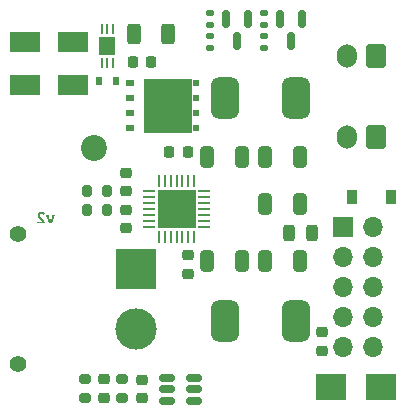
<source format=gbs>
G04 #@! TF.GenerationSoftware,KiCad,Pcbnew,7.0.1*
G04 #@! TF.CreationDate,2023-07-10T19:39:26+02:00*
G04 #@! TF.ProjectId,orion_power,6f72696f-6e5f-4706-9f77-65722e6b6963,2*
G04 #@! TF.SameCoordinates,Original*
G04 #@! TF.FileFunction,Soldermask,Bot*
G04 #@! TF.FilePolarity,Negative*
%FSLAX46Y46*%
G04 Gerber Fmt 4.6, Leading zero omitted, Abs format (unit mm)*
G04 Created by KiCad (PCBNEW 7.0.1) date 2023-07-10 19:39:26*
%MOMM*%
%LPD*%
G01*
G04 APERTURE LIST*
G04 Aperture macros list*
%AMRoundRect*
0 Rectangle with rounded corners*
0 $1 Rounding radius*
0 $2 $3 $4 $5 $6 $7 $8 $9 X,Y pos of 4 corners*
0 Add a 4 corners polygon primitive as box body*
4,1,4,$2,$3,$4,$5,$6,$7,$8,$9,$2,$3,0*
0 Add four circle primitives for the rounded corners*
1,1,$1+$1,$2,$3*
1,1,$1+$1,$4,$5*
1,1,$1+$1,$6,$7*
1,1,$1+$1,$8,$9*
0 Add four rect primitives between the rounded corners*
20,1,$1+$1,$2,$3,$4,$5,0*
20,1,$1+$1,$4,$5,$6,$7,0*
20,1,$1+$1,$6,$7,$8,$9,0*
20,1,$1+$1,$8,$9,$2,$3,0*%
G04 Aperture macros list end*
%ADD10R,1.700000X1.700000*%
%ADD11O,1.700000X1.700000*%
%ADD12C,1.400000*%
%ADD13R,3.500000X3.500000*%
%ADD14C,3.500000*%
%ADD15C,2.200000*%
%ADD16RoundRect,0.135000X-0.185000X0.135000X-0.185000X-0.135000X0.185000X-0.135000X0.185000X0.135000X0*%
%ADD17RoundRect,0.150000X-0.150000X0.587500X-0.150000X-0.587500X0.150000X-0.587500X0.150000X0.587500X0*%
%ADD18RoundRect,0.225000X-0.250000X0.225000X-0.250000X-0.225000X0.250000X-0.225000X0.250000X0.225000X0*%
%ADD19RoundRect,0.200000X0.275000X-0.200000X0.275000X0.200000X-0.275000X0.200000X-0.275000X-0.200000X0*%
%ADD20RoundRect,0.218750X0.256250X-0.218750X0.256250X0.218750X-0.256250X0.218750X-0.256250X-0.218750X0*%
%ADD21RoundRect,0.200000X0.200000X0.275000X-0.200000X0.275000X-0.200000X-0.275000X0.200000X-0.275000X0*%
%ADD22RoundRect,0.135000X0.185000X-0.135000X0.185000X0.135000X-0.185000X0.135000X-0.185000X-0.135000X0*%
%ADD23R,2.500000X2.300000*%
%ADD24RoundRect,0.250000X-0.325000X-0.650000X0.325000X-0.650000X0.325000X0.650000X-0.325000X0.650000X0*%
%ADD25RoundRect,0.250000X0.325000X0.650000X-0.325000X0.650000X-0.325000X-0.650000X0.325000X-0.650000X0*%
%ADD26RoundRect,0.062500X0.062500X-0.350000X0.062500X0.350000X-0.062500X0.350000X-0.062500X-0.350000X0*%
%ADD27R,1.350000X1.650000*%
%ADD28R,2.500000X1.800000*%
%ADD29RoundRect,0.062500X-0.062500X0.425000X-0.062500X-0.425000X0.062500X-0.425000X0.062500X0.425000X0*%
%ADD30RoundRect,0.062500X-0.425000X0.062500X-0.425000X-0.062500X0.425000X-0.062500X0.425000X0.062500X0*%
%ADD31R,3.250000X3.250000*%
%ADD32R,0.600000X0.700000*%
%ADD33R,0.650000X0.500000*%
%ADD34R,4.120000X4.600000*%
%ADD35R,0.550000X0.500000*%
%ADD36RoundRect,0.250000X0.600000X0.750000X-0.600000X0.750000X-0.600000X-0.750000X0.600000X-0.750000X0*%
%ADD37O,1.700000X2.000000*%
%ADD38RoundRect,0.243750X-0.243750X-0.456250X0.243750X-0.456250X0.243750X0.456250X-0.243750X0.456250X0*%
%ADD39RoundRect,0.225000X0.225000X0.250000X-0.225000X0.250000X-0.225000X-0.250000X0.225000X-0.250000X0*%
%ADD40RoundRect,0.250000X0.312500X0.625000X-0.312500X0.625000X-0.312500X-0.625000X0.312500X-0.625000X0*%
%ADD41RoundRect,0.150000X0.512500X0.150000X-0.512500X0.150000X-0.512500X-0.150000X0.512500X-0.150000X0*%
%ADD42RoundRect,0.587500X-0.587500X-1.162500X0.587500X-1.162500X0.587500X1.162500X-0.587500X1.162500X0*%
%ADD43R,0.900000X1.200000*%
%ADD44RoundRect,0.218750X-0.256250X0.218750X-0.256250X-0.218750X0.256250X-0.218750X0.256250X0.218750X0*%
G04 APERTURE END LIST*
G36*
X90243083Y-68993628D02*
G01*
X90263919Y-69059906D01*
X90287334Y-69128367D01*
X90311544Y-69197225D01*
X90336348Y-69265289D01*
X90361550Y-69331369D01*
X90407588Y-69450431D01*
X90451244Y-69331369D01*
X90474064Y-69265289D01*
X90496488Y-69197225D01*
X90518117Y-69128367D01*
X90538556Y-69059906D01*
X90557011Y-68993628D01*
X90572688Y-68931319D01*
X90777475Y-68931319D01*
X90743691Y-69041799D01*
X90709014Y-69147814D01*
X90673444Y-69249364D01*
X90636981Y-69346450D01*
X90588033Y-69467541D01*
X90539615Y-69577872D01*
X90491725Y-69677444D01*
X90328213Y-69677444D01*
X90279529Y-69577872D01*
X90228729Y-69467541D01*
X90175813Y-69346450D01*
X90136224Y-69249364D01*
X90098422Y-69147814D01*
X90062405Y-69041799D01*
X90028175Y-68931319D01*
X90226613Y-68931319D01*
X90243083Y-68993628D01*
G37*
G36*
X89707698Y-68680494D02*
G01*
X89790844Y-68704306D01*
X89869227Y-68744787D01*
X89937688Y-68802731D01*
X89840850Y-68939256D01*
X89740838Y-68864644D01*
X89644000Y-68842419D01*
X89551925Y-68874963D01*
X89515412Y-68967831D01*
X89544781Y-69051969D01*
X89619394Y-69137694D01*
X89666225Y-69183136D01*
X89716231Y-69230562D01*
X89766238Y-69280966D01*
X89813069Y-69335337D01*
X89854344Y-69394273D01*
X89887681Y-69458369D01*
X89909708Y-69528219D01*
X89917050Y-69604419D01*
X89917844Y-69637756D01*
X89913875Y-69677444D01*
X89272525Y-69677444D01*
X89272525Y-69515519D01*
X89694800Y-69515519D01*
X89678131Y-69463131D01*
X89637650Y-69406775D01*
X89586850Y-69352800D01*
X89539225Y-69307556D01*
X89458262Y-69228181D01*
X89386825Y-69142456D01*
X89336025Y-69051175D01*
X89316975Y-68953544D01*
X89342375Y-68830512D01*
X89410638Y-68742406D01*
X89509063Y-68690019D01*
X89624950Y-68672556D01*
X89707698Y-68680494D01*
G37*
D10*
X115200000Y-69995000D03*
D11*
X117740000Y-69995000D03*
X115200000Y-72535000D03*
X117740000Y-72535000D03*
X115200000Y-75075000D03*
X117740000Y-75075000D03*
X115200000Y-77615000D03*
X117740000Y-77615000D03*
X115200000Y-80155000D03*
X117740000Y-80155000D03*
D12*
X87650000Y-81575000D03*
X87650000Y-70575000D03*
D13*
X97650000Y-73575000D03*
D14*
X97650000Y-78575000D03*
D15*
X94124999Y-63325000D03*
D16*
X108475000Y-51865000D03*
X108475000Y-52885000D03*
D17*
X105250000Y-52387500D03*
X107150000Y-52387500D03*
X106200000Y-54262500D03*
D16*
X103900000Y-51865000D03*
X103900000Y-52885000D03*
D18*
X96775000Y-68550000D03*
X96775000Y-70100000D03*
D19*
X93300000Y-84487500D03*
X93300000Y-82837500D03*
D20*
X113375000Y-80462500D03*
X113375000Y-78887500D03*
D21*
X95150000Y-66925000D03*
X93500000Y-66925000D03*
D22*
X108475000Y-54835000D03*
X108475000Y-53815000D03*
D19*
X96500000Y-84487500D03*
X96500000Y-82837500D03*
D23*
X118425000Y-83525000D03*
X114125000Y-83525000D03*
D24*
X103665000Y-64070001D03*
X106615000Y-64070001D03*
D21*
X95150000Y-68575000D03*
X93500000Y-68575000D03*
D25*
X111490000Y-72820002D03*
X108540000Y-72820002D03*
D26*
X95725000Y-56062500D03*
X95225000Y-56062500D03*
X94725000Y-56062500D03*
X94725000Y-53187500D03*
X95225000Y-53187500D03*
X95725000Y-53187500D03*
D27*
X95225000Y-54625000D03*
D28*
X92275000Y-54275000D03*
X88275000Y-54275000D03*
X92275000Y-57975000D03*
X88275000Y-57975000D03*
D18*
X96775000Y-65400000D03*
X96775000Y-66950000D03*
D24*
X103665000Y-72820001D03*
X106615000Y-72820001D03*
D29*
X99575000Y-66092497D03*
X100075000Y-66092497D03*
X100575000Y-66092497D03*
X101075000Y-66092497D03*
X101575000Y-66092497D03*
X102075000Y-66092497D03*
X102575000Y-66092497D03*
D30*
X103437500Y-66954997D03*
X103437500Y-67454997D03*
X103437500Y-67954997D03*
X103437500Y-68454997D03*
X103437500Y-68954997D03*
X103437500Y-69454997D03*
X103437500Y-69954997D03*
D29*
X102575000Y-70817497D03*
X102075000Y-70817497D03*
X101575000Y-70817497D03*
X101075000Y-70817497D03*
X100575000Y-70817497D03*
X100075000Y-70817497D03*
X99575000Y-70817497D03*
D30*
X98712500Y-69954997D03*
X98712500Y-69454997D03*
X98712500Y-68954997D03*
X98712500Y-68454997D03*
X98712500Y-67954997D03*
X98712500Y-67454997D03*
X98712500Y-66954997D03*
D31*
X101075000Y-68454997D03*
D32*
X95925000Y-57575000D03*
X94525000Y-57575000D03*
D33*
X97175000Y-61630000D03*
X97175000Y-60360000D03*
X97175000Y-59090000D03*
X97175000Y-57820000D03*
D34*
X100390000Y-59725000D03*
D35*
X102725000Y-57820000D03*
X102725000Y-59090000D03*
X102725000Y-60360000D03*
X102725000Y-61630000D03*
D36*
X118000000Y-55525000D03*
D37*
X115500000Y-55525000D03*
D18*
X102025000Y-72375000D03*
X102025000Y-73925000D03*
D38*
X110637500Y-70475000D03*
X112512500Y-70475000D03*
D39*
X98900000Y-55975000D03*
X97350000Y-55975000D03*
D40*
X100387500Y-53625000D03*
X97462500Y-53625000D03*
D25*
X111490000Y-68045001D03*
X108540000Y-68045001D03*
D41*
X102575000Y-82775000D03*
X102575000Y-83725000D03*
X102575000Y-84675000D03*
X100300000Y-84675000D03*
X100300000Y-83725000D03*
X100300000Y-82775000D03*
D22*
X103900000Y-54835000D03*
X103900000Y-53815000D03*
D42*
X105140000Y-59020001D03*
X111190000Y-59020001D03*
D36*
X118000000Y-62375000D03*
D37*
X115500000Y-62375000D03*
D43*
X115925000Y-67475000D03*
X119225000Y-67475000D03*
D17*
X109800000Y-52387500D03*
X111700000Y-52387500D03*
X110750000Y-54262500D03*
D42*
X105140000Y-77895001D03*
X111190000Y-77895001D03*
D44*
X98125000Y-82900000D03*
X98125000Y-84475000D03*
D39*
X102015000Y-63645001D03*
X100465000Y-63645001D03*
D25*
X111490000Y-64070001D03*
X108540000Y-64070001D03*
D44*
X94900000Y-82875000D03*
X94900000Y-84450000D03*
M02*

</source>
